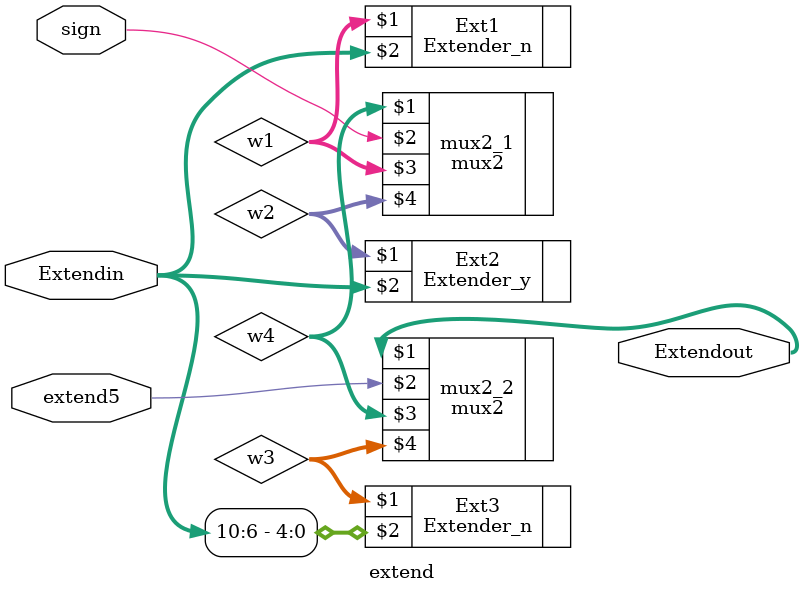
<source format=v>
`timescale 1ns/1ps

module extend(Extendout,Extendin,sign,extend5);
	output [31:0]Extendout;
	input [15:0]Extendin;
	input extend5;
	input sign;

	wire [31:0]w1,w2,w3,w4;


	Extender_n #(16,32) Ext1(w1,Extendin);
	Extender_y #(16,32) Ext2(w2,Extendin);
	Extender_n #(5,32) Ext3(w3,Extendin[10:6]);

	mux2 #(32) mux2_1(w4,sign,w1,w2);
	mux2 #(32) mux2_2(Extendout,extend5,w4,w3);

endmodule

</source>
